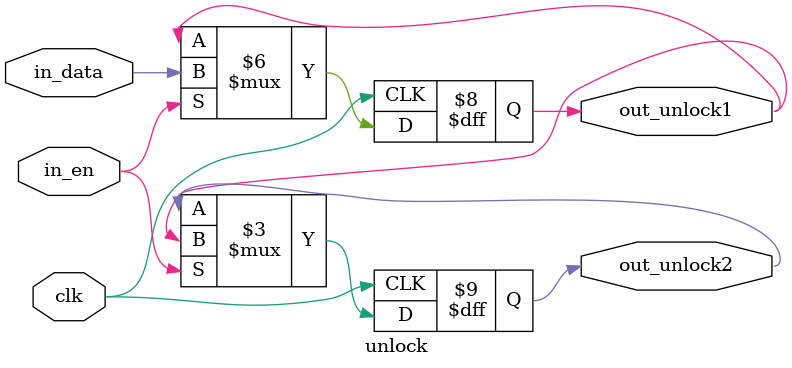
<source format=v>
module unlock(clk, in_en, in_data, out_unlock1, out_unlock2);
	input clk, in_en, in_data;
	output reg out_unlock1, out_unlock2;
	
	always @(posedge clk)
		if(in_en)
		begin
			out_unlock1 <= in_data;
			out_unlock2 <=out_unlock1;
		end
		else
		begin
			out_unlock1 <= out_unlock1;
			out_unlock2 <= out_unlock2;
		end
endmodule

</source>
